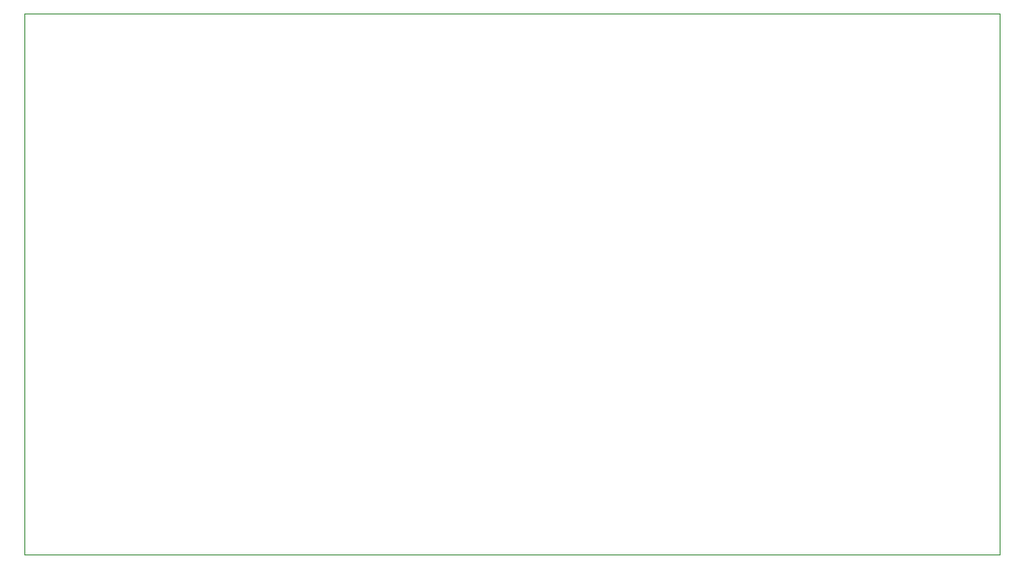
<source format=gm1>
G04*
G04 #@! TF.GenerationSoftware,Altium Limited,Altium Designer,19.1.8 (144)*
G04*
G04 Layer_Color=16711935*
%FSLAX25Y25*%
%MOIN*%
G70*
G01*
G75*
%ADD19C,0.00010*%
D19*
X360005Y200000D02*
G03*
X360000Y200005I-5J0D01*
G01*
X360005Y200000D02*
G03*
X360000Y200005I-5J0D01*
G01*
X360000Y-5D02*
G03*
X360005Y0I0J5D01*
G01*
X360000Y-5D02*
G03*
X360005Y0I0J5D01*
G01*
X0Y200005D02*
G03*
X-5Y200000I0J-5D01*
G01*
X0Y200005D02*
G03*
X-5Y200000I0J-5D01*
G01*
Y0D02*
G03*
X0Y-5I5J0D01*
G01*
X-5Y0D02*
G03*
X0Y-5I5J0D01*
G01*
X360005Y200000D02*
X360005Y0D01*
X0Y200005D02*
X360000Y200005D01*
X0Y-5D02*
X360000Y-5D01*
X-5Y0D02*
Y200000D01*
X360005Y200000D02*
G03*
X360000Y200005I-5J0D01*
G01*
X360005Y200000D02*
G03*
X360000Y200005I-5J0D01*
G01*
X360000Y-5D02*
G03*
X360005Y0I0J5D01*
G01*
X360000Y-5D02*
G03*
X360005Y0I0J5D01*
G01*
X0Y200005D02*
G03*
X-5Y200000I0J-5D01*
G01*
X0Y200005D02*
G03*
X-5Y200000I0J-5D01*
G01*
Y0D02*
G03*
X0Y-5I5J0D01*
G01*
X-5Y0D02*
G03*
X0Y-5I5J0D01*
G01*
X360005Y200000D02*
X360005Y0D01*
X0Y200005D02*
X360000Y200005D01*
X0Y-5D02*
X360000Y-5D01*
X-5Y0D02*
Y200000D01*
M02*

</source>
